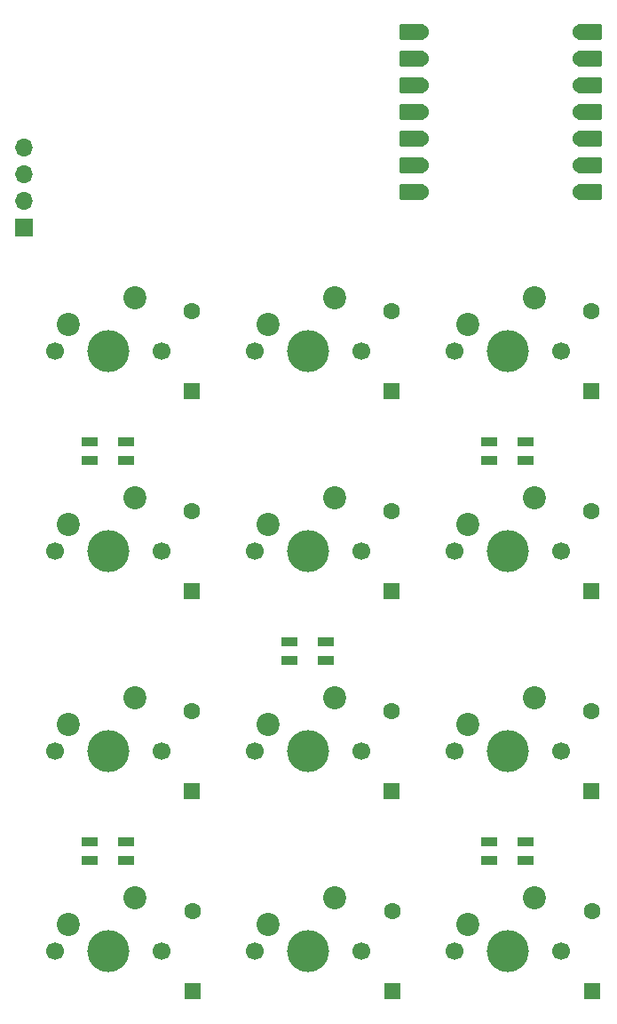
<source format=gbr>
%TF.GenerationSoftware,KiCad,Pcbnew,9.0.6*%
%TF.CreationDate,2026-01-12T21:07:24-05:00*%
%TF.ProjectId,BioPad,42696f50-6164-42e6-9b69-6361645f7063,rev?*%
%TF.SameCoordinates,Original*%
%TF.FileFunction,Soldermask,Top*%
%TF.FilePolarity,Negative*%
%FSLAX46Y46*%
G04 Gerber Fmt 4.6, Leading zero omitted, Abs format (unit mm)*
G04 Created by KiCad (PCBNEW 9.0.6) date 2026-01-12 21:07:24*
%MOMM*%
%LPD*%
G01*
G04 APERTURE LIST*
G04 Aperture macros list*
%AMRoundRect*
0 Rectangle with rounded corners*
0 $1 Rounding radius*
0 $2 $3 $4 $5 $6 $7 $8 $9 X,Y pos of 4 corners*
0 Add a 4 corners polygon primitive as box body*
4,1,4,$2,$3,$4,$5,$6,$7,$8,$9,$2,$3,0*
0 Add four circle primitives for the rounded corners*
1,1,$1+$1,$2,$3*
1,1,$1+$1,$4,$5*
1,1,$1+$1,$6,$7*
1,1,$1+$1,$8,$9*
0 Add four rect primitives between the rounded corners*
20,1,$1+$1,$2,$3,$4,$5,0*
20,1,$1+$1,$4,$5,$6,$7,0*
20,1,$1+$1,$6,$7,$8,$9,0*
20,1,$1+$1,$8,$9,$2,$3,0*%
G04 Aperture macros list end*
%ADD10C,1.700000*%
%ADD11C,4.000000*%
%ADD12C,2.200000*%
%ADD13R,1.600000X0.850000*%
%ADD14RoundRect,0.152400X1.063600X0.609600X-1.063600X0.609600X-1.063600X-0.609600X1.063600X-0.609600X0*%
%ADD15C,1.524000*%
%ADD16RoundRect,0.152400X-1.063600X-0.609600X1.063600X-0.609600X1.063600X0.609600X-1.063600X0.609600X0*%
%ADD17R,1.700000X1.700000*%
%ADD18O,1.700000X1.700000*%
%ADD19RoundRect,0.250000X0.550000X-0.550000X0.550000X0.550000X-0.550000X0.550000X-0.550000X-0.550000X0*%
%ADD20C,1.600000*%
G04 APERTURE END LIST*
D10*
%TO.C,SW2*%
X177695000Y-99850000D03*
D11*
X182775000Y-99850000D03*
D10*
X187855000Y-99850000D03*
D12*
X185315000Y-94770000D03*
X178965000Y-97310000D03*
%TD*%
D10*
%TO.C,SW1*%
X177695000Y-80800000D03*
D11*
X182775000Y-80800000D03*
D10*
X187855000Y-80800000D03*
D12*
X185315000Y-75720000D03*
X178965000Y-78260000D03*
%TD*%
D13*
%TO.C,D16*%
X181029000Y-127550000D03*
X181029000Y-129300000D03*
X184529000Y-129300000D03*
X184529000Y-127550000D03*
%TD*%
%TO.C,D17*%
X219129000Y-127550000D03*
X219129000Y-129300000D03*
X222629000Y-129300000D03*
X222629000Y-127550000D03*
%TD*%
%TO.C,D14*%
X184524999Y-91200000D03*
X184524999Y-89450000D03*
X181025001Y-89450000D03*
X181025001Y-91200000D03*
%TD*%
%TO.C,D15*%
X200075000Y-108500000D03*
X200075000Y-110250000D03*
X203575000Y-110250000D03*
X203575000Y-108500000D03*
%TD*%
%TO.C,D1*%
X219125000Y-89450000D03*
X219125000Y-91200000D03*
X222625000Y-91200000D03*
X222625000Y-89450000D03*
%TD*%
D10*
%TO.C,SW10*%
X215795000Y-99850000D03*
D11*
X220875000Y-99850000D03*
D10*
X225955000Y-99850000D03*
D12*
X223415000Y-94770000D03*
X217065000Y-97310000D03*
%TD*%
D14*
%TO.C,U1*%
X211800000Y-50405000D03*
D15*
X212635000Y-50405000D03*
D14*
X211800000Y-52945000D03*
D15*
X212635000Y-52945000D03*
D14*
X211800000Y-55485000D03*
D15*
X212635000Y-55485000D03*
D14*
X211800000Y-58025000D03*
D15*
X212635000Y-58025000D03*
D14*
X211800000Y-60565000D03*
D15*
X212635000Y-60565000D03*
D14*
X211800000Y-63105000D03*
D15*
X212635000Y-63105000D03*
D14*
X211800000Y-65645000D03*
D15*
X212635000Y-65645000D03*
X227875000Y-65645000D03*
D16*
X228710000Y-65645000D03*
D15*
X227875000Y-63105000D03*
D16*
X228710000Y-63105000D03*
D15*
X227875000Y-60565000D03*
D16*
X228710000Y-60565000D03*
D15*
X227875000Y-58025000D03*
D16*
X228710000Y-58025000D03*
D15*
X227875000Y-55485000D03*
D16*
X228710000Y-55485000D03*
D15*
X227875000Y-52945000D03*
D16*
X228710000Y-52945000D03*
D15*
X227875000Y-50405000D03*
D16*
X228710000Y-50405000D03*
%TD*%
D10*
%TO.C,SW11*%
X215795000Y-118900000D03*
D11*
X220875000Y-118900000D03*
D10*
X225955000Y-118900000D03*
D12*
X223415000Y-113820000D03*
X217065000Y-116360000D03*
%TD*%
D17*
%TO.C,J1*%
X174725000Y-69005000D03*
D18*
X174725000Y-66464999D03*
X174725000Y-63925000D03*
X174725000Y-61385000D03*
%TD*%
D10*
%TO.C,SW9*%
X215795000Y-80800000D03*
D11*
X220875000Y-80800000D03*
D10*
X225955000Y-80800000D03*
D12*
X223415000Y-75720000D03*
X217065000Y-78260000D03*
%TD*%
D10*
%TO.C,SW6*%
X196745000Y-99850000D03*
D11*
X201825000Y-99850000D03*
D10*
X206905000Y-99850000D03*
D12*
X204365000Y-94770000D03*
X198015000Y-97310000D03*
%TD*%
D10*
%TO.C,SW8*%
X196749000Y-137950000D03*
D11*
X201829000Y-137950000D03*
D10*
X206909000Y-137950000D03*
D12*
X204369000Y-132870000D03*
X198019000Y-135410000D03*
%TD*%
D10*
%TO.C,SW12*%
X215799000Y-137950000D03*
D11*
X220879000Y-137950000D03*
D10*
X225959000Y-137950000D03*
D12*
X223419000Y-132870000D03*
X217069000Y-135410000D03*
%TD*%
D10*
%TO.C,SW7*%
X196745000Y-118900000D03*
D11*
X201825000Y-118900000D03*
D10*
X206905000Y-118900000D03*
D12*
X204365000Y-113820000D03*
X198015000Y-116360000D03*
%TD*%
D10*
%TO.C,SW5*%
X196745000Y-80800000D03*
D11*
X201825000Y-80800000D03*
D10*
X206905000Y-80800000D03*
D12*
X204365000Y-75720000D03*
X198015000Y-78260000D03*
%TD*%
D10*
%TO.C,SW4*%
X177699000Y-137950000D03*
D11*
X182779000Y-137950000D03*
D10*
X187859000Y-137950000D03*
D12*
X185319000Y-132870000D03*
X178969000Y-135410000D03*
%TD*%
D10*
%TO.C,SW3*%
X177695000Y-118900000D03*
D11*
X182775000Y-118900000D03*
D10*
X187855000Y-118900000D03*
D12*
X185315000Y-113820000D03*
X178965000Y-116360000D03*
%TD*%
D19*
%TO.C,D7*%
X228900000Y-122710000D03*
D20*
X228900000Y-115090000D03*
%TD*%
D19*
%TO.C,D6*%
X209850000Y-122710000D03*
D20*
X209850000Y-115090000D03*
%TD*%
D19*
%TO.C,D4*%
X190804000Y-141760000D03*
D20*
X190804000Y-134140000D03*
%TD*%
D19*
%TO.C,D9*%
X209850000Y-103660000D03*
D20*
X209850000Y-96040000D03*
%TD*%
D19*
%TO.C,D10*%
X190800000Y-103660000D03*
D20*
X190800000Y-96040000D03*
%TD*%
D19*
%TO.C,D5*%
X190800000Y-122710000D03*
D20*
X190800000Y-115090000D03*
%TD*%
D19*
%TO.C,D3*%
X209854000Y-141760000D03*
D20*
X209854000Y-134140000D03*
%TD*%
D19*
%TO.C,D2*%
X228904000Y-141760000D03*
D20*
X228904000Y-134140000D03*
%TD*%
D19*
%TO.C,D13*%
X228900000Y-84610000D03*
D20*
X228900000Y-76990000D03*
%TD*%
D19*
%TO.C,D8*%
X228900000Y-103660000D03*
D20*
X228900000Y-96040000D03*
%TD*%
D19*
%TO.C,D11*%
X190800000Y-84610000D03*
D20*
X190800000Y-76990000D03*
%TD*%
D19*
%TO.C,D12*%
X209850000Y-84610000D03*
D20*
X209850000Y-76990000D03*
%TD*%
M02*

</source>
